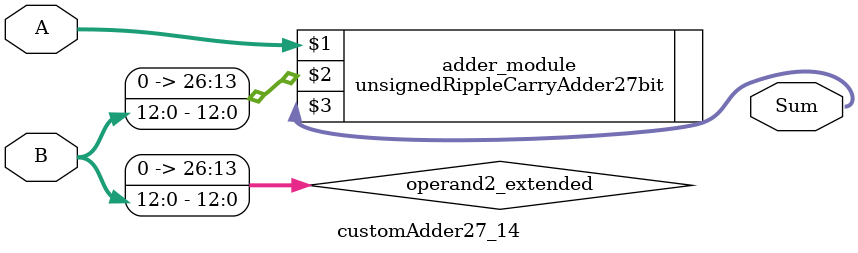
<source format=v>

module customAdder27_14(
                    input [26 : 0] A,
                    input [12 : 0] B,
                    
                    output [27 : 0] Sum
            );

    wire [26 : 0] operand2_extended;
    
    assign operand2_extended =  {14'b0, B};
    
    unsignedRippleCarryAdder27bit adder_module(
        A,
        operand2_extended,
        Sum
    );
    
endmodule
        
</source>
